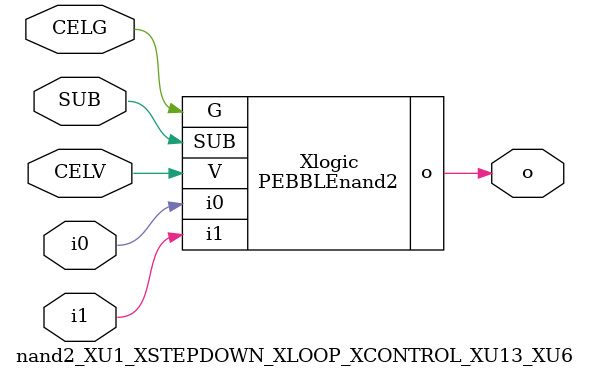
<source format=v>



module PEBBLEnand2 ( o, G, SUB, V, i0, i1 );

  input i0;
  input V;
  input i1;
  input G;
  output o;
  input SUB;
endmodule

//Celera Confidential Do Not Copy nand2_XU1_XSTEPDOWN_XLOOP_XCONTROL_XU13_XU6
//Celera Confidential Symbol Generator
//5V NAND2
module nand2_XU1_XSTEPDOWN_XLOOP_XCONTROL_XU13_XU6 (CELV,CELG,i0,i1,o,SUB);
input CELV;
input CELG;
input i0;
input i1;
input SUB;
output o;

//Celera Confidential Do Not Copy nand2
PEBBLEnand2 Xlogic(
.V (CELV),
.i0 (i0),
.i1 (i1),
.o (o),
.SUB (SUB),
.G (CELG)
);
//,diesize,PEBBLEnand2

//Celera Confidential Do Not Copy Module End
//Celera Schematic Generator
endmodule

</source>
